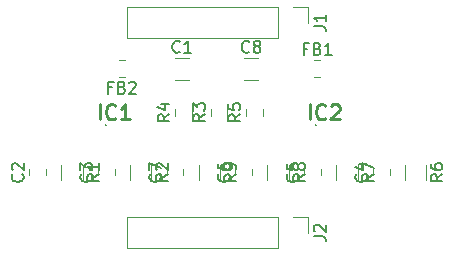
<source format=gbr>
%TF.GenerationSoftware,KiCad,Pcbnew,5.1.6*%
%TF.CreationDate,2020-07-11T18:48:30-07:00*%
%TF.ProjectId,proto_boards,70726f74-6f5f-4626-9f61-7264732e6b69,rev?*%
%TF.SameCoordinates,Original*%
%TF.FileFunction,Legend,Top*%
%TF.FilePolarity,Positive*%
%FSLAX46Y46*%
G04 Gerber Fmt 4.6, Leading zero omitted, Abs format (unit mm)*
G04 Created by KiCad (PCBNEW 5.1.6) date 2020-07-11 18:48:30*
%MOMM*%
%LPD*%
G01*
G04 APERTURE LIST*
%ADD10C,0.120000*%
%ADD11C,0.100000*%
%ADD12C,0.150000*%
%ADD13C,0.254000*%
G04 APERTURE END LIST*
D10*
%TO.C,R9*%
X166455450Y-80672936D02*
X166455450Y-81877064D01*
X164635450Y-80672936D02*
X164635450Y-81877064D01*
%TO.C,R8*%
X172273630Y-80672936D02*
X172273630Y-81877064D01*
X170453630Y-80672936D02*
X170453630Y-81877064D01*
%TO.C,R7*%
X178091810Y-80672936D02*
X178091810Y-81877064D01*
X176271810Y-80672936D02*
X176271810Y-81877064D01*
%TO.C,R6*%
X183910000Y-80672936D02*
X183910000Y-81877064D01*
X182090000Y-80672936D02*
X182090000Y-81877064D01*
%TO.C,R5*%
X168635000Y-76458578D02*
X168635000Y-75941422D01*
X170055000Y-76458578D02*
X170055000Y-75941422D01*
%TO.C,R4*%
X162635000Y-76458578D02*
X162635000Y-75941422D01*
X164055000Y-76458578D02*
X164055000Y-75941422D01*
%TO.C,R3*%
X165635000Y-76458578D02*
X165635000Y-75941422D01*
X167055000Y-76458578D02*
X167055000Y-75941422D01*
%TO.C,R2*%
X160637270Y-80672936D02*
X160637270Y-81877064D01*
X158817270Y-80672936D02*
X158817270Y-81877064D01*
%TO.C,R1*%
X154819090Y-80672936D02*
X154819090Y-81877064D01*
X152999090Y-80672936D02*
X152999090Y-81877064D01*
%TO.C,J2*%
X158560000Y-85030000D02*
X158560000Y-87690000D01*
X171320000Y-85030000D02*
X158560000Y-85030000D01*
X171320000Y-87690000D02*
X158560000Y-87690000D01*
X171320000Y-85030000D02*
X171320000Y-87690000D01*
X172590000Y-85030000D02*
X173920000Y-85030000D01*
X173920000Y-85030000D02*
X173920000Y-86360000D01*
%TO.C,J1*%
X158560000Y-67250000D02*
X158560000Y-69910000D01*
X171320000Y-67250000D02*
X158560000Y-67250000D01*
X171320000Y-69910000D02*
X158560000Y-69910000D01*
X171320000Y-67250000D02*
X171320000Y-69910000D01*
X172590000Y-67250000D02*
X173920000Y-67250000D01*
X173920000Y-67250000D02*
X173920000Y-68580000D01*
D11*
%TO.C,IC2*%
X174460000Y-77240000D02*
X174460000Y-77240000D01*
X174560000Y-77240000D02*
X174560000Y-77240000D01*
X174460000Y-77240000D02*
G75*
G03*
X174560000Y-77240000I50000J0D01*
G01*
X174560000Y-77240000D02*
G75*
G03*
X174460000Y-77240000I-50000J0D01*
G01*
%TO.C,IC1*%
X156780000Y-77240000D02*
G75*
G03*
X156680000Y-77240000I-50000J0D01*
G01*
X156680000Y-77240000D02*
G75*
G03*
X156780000Y-77240000I50000J0D01*
G01*
X156780000Y-77240000D02*
X156780000Y-77240000D01*
X156680000Y-77240000D02*
X156680000Y-77240000D01*
D10*
%TO.C,FB2*%
X158373578Y-73210000D02*
X157856422Y-73210000D01*
X158373578Y-71790000D02*
X157856422Y-71790000D01*
%TO.C,FB1*%
X174416422Y-71795000D02*
X174933578Y-71795000D01*
X174416422Y-73215000D02*
X174933578Y-73215000D01*
%TO.C,C8*%
X168472936Y-71595000D02*
X169677064Y-71595000D01*
X168472936Y-73415000D02*
X169677064Y-73415000D01*
%TO.C,C7*%
X161926360Y-81533578D02*
X161926360Y-81016422D01*
X163346360Y-81533578D02*
X163346360Y-81016422D01*
%TO.C,C6*%
X167744540Y-81533578D02*
X167744540Y-81016422D01*
X169164540Y-81533578D02*
X169164540Y-81016422D01*
%TO.C,C5*%
X173562720Y-81533578D02*
X173562720Y-81016422D01*
X174982720Y-81533578D02*
X174982720Y-81016422D01*
%TO.C,C4*%
X179380900Y-81533578D02*
X179380900Y-81016422D01*
X180800900Y-81533578D02*
X180800900Y-81016422D01*
%TO.C,C3*%
X156108180Y-81533578D02*
X156108180Y-81016422D01*
X157528180Y-81533578D02*
X157528180Y-81016422D01*
%TO.C,C2*%
X150290000Y-81533578D02*
X150290000Y-81016422D01*
X151710000Y-81533578D02*
X151710000Y-81016422D01*
%TO.C,C1*%
X162592936Y-71595000D02*
X163797064Y-71595000D01*
X162592936Y-73415000D02*
X163797064Y-73415000D01*
%TO.C,R9*%
D12*
X167817830Y-81441666D02*
X167341640Y-81775000D01*
X167817830Y-82013095D02*
X166817830Y-82013095D01*
X166817830Y-81632142D01*
X166865450Y-81536904D01*
X166913069Y-81489285D01*
X167008307Y-81441666D01*
X167151164Y-81441666D01*
X167246402Y-81489285D01*
X167294021Y-81536904D01*
X167341640Y-81632142D01*
X167341640Y-82013095D01*
X167817830Y-80965476D02*
X167817830Y-80775000D01*
X167770211Y-80679761D01*
X167722592Y-80632142D01*
X167579735Y-80536904D01*
X167389259Y-80489285D01*
X167008307Y-80489285D01*
X166913069Y-80536904D01*
X166865450Y-80584523D01*
X166817830Y-80679761D01*
X166817830Y-80870238D01*
X166865450Y-80965476D01*
X166913069Y-81013095D01*
X167008307Y-81060714D01*
X167246402Y-81060714D01*
X167341640Y-81013095D01*
X167389259Y-80965476D01*
X167436878Y-80870238D01*
X167436878Y-80679761D01*
X167389259Y-80584523D01*
X167341640Y-80536904D01*
X167246402Y-80489285D01*
%TO.C,R8*%
X173636010Y-81441666D02*
X173159820Y-81775000D01*
X173636010Y-82013095D02*
X172636010Y-82013095D01*
X172636010Y-81632142D01*
X172683630Y-81536904D01*
X172731249Y-81489285D01*
X172826487Y-81441666D01*
X172969344Y-81441666D01*
X173064582Y-81489285D01*
X173112201Y-81536904D01*
X173159820Y-81632142D01*
X173159820Y-82013095D01*
X173064582Y-80870238D02*
X173016963Y-80965476D01*
X172969344Y-81013095D01*
X172874106Y-81060714D01*
X172826487Y-81060714D01*
X172731249Y-81013095D01*
X172683630Y-80965476D01*
X172636010Y-80870238D01*
X172636010Y-80679761D01*
X172683630Y-80584523D01*
X172731249Y-80536904D01*
X172826487Y-80489285D01*
X172874106Y-80489285D01*
X172969344Y-80536904D01*
X173016963Y-80584523D01*
X173064582Y-80679761D01*
X173064582Y-80870238D01*
X173112201Y-80965476D01*
X173159820Y-81013095D01*
X173255058Y-81060714D01*
X173445534Y-81060714D01*
X173540772Y-81013095D01*
X173588391Y-80965476D01*
X173636010Y-80870238D01*
X173636010Y-80679761D01*
X173588391Y-80584523D01*
X173540772Y-80536904D01*
X173445534Y-80489285D01*
X173255058Y-80489285D01*
X173159820Y-80536904D01*
X173112201Y-80584523D01*
X173064582Y-80679761D01*
%TO.C,R7*%
X179454190Y-81441666D02*
X178978000Y-81775000D01*
X179454190Y-82013095D02*
X178454190Y-82013095D01*
X178454190Y-81632142D01*
X178501810Y-81536904D01*
X178549429Y-81489285D01*
X178644667Y-81441666D01*
X178787524Y-81441666D01*
X178882762Y-81489285D01*
X178930381Y-81536904D01*
X178978000Y-81632142D01*
X178978000Y-82013095D01*
X178454190Y-81108333D02*
X178454190Y-80441666D01*
X179454190Y-80870238D01*
%TO.C,R6*%
X185272380Y-81441666D02*
X184796190Y-81775000D01*
X185272380Y-82013095D02*
X184272380Y-82013095D01*
X184272380Y-81632142D01*
X184320000Y-81536904D01*
X184367619Y-81489285D01*
X184462857Y-81441666D01*
X184605714Y-81441666D01*
X184700952Y-81489285D01*
X184748571Y-81536904D01*
X184796190Y-81632142D01*
X184796190Y-82013095D01*
X184272380Y-80584523D02*
X184272380Y-80775000D01*
X184320000Y-80870238D01*
X184367619Y-80917857D01*
X184510476Y-81013095D01*
X184700952Y-81060714D01*
X185081904Y-81060714D01*
X185177142Y-81013095D01*
X185224761Y-80965476D01*
X185272380Y-80870238D01*
X185272380Y-80679761D01*
X185224761Y-80584523D01*
X185177142Y-80536904D01*
X185081904Y-80489285D01*
X184843809Y-80489285D01*
X184748571Y-80536904D01*
X184700952Y-80584523D01*
X184653333Y-80679761D01*
X184653333Y-80870238D01*
X184700952Y-80965476D01*
X184748571Y-81013095D01*
X184843809Y-81060714D01*
%TO.C,R5*%
X168147380Y-76366666D02*
X167671190Y-76700000D01*
X168147380Y-76938095D02*
X167147380Y-76938095D01*
X167147380Y-76557142D01*
X167195000Y-76461904D01*
X167242619Y-76414285D01*
X167337857Y-76366666D01*
X167480714Y-76366666D01*
X167575952Y-76414285D01*
X167623571Y-76461904D01*
X167671190Y-76557142D01*
X167671190Y-76938095D01*
X167147380Y-75461904D02*
X167147380Y-75938095D01*
X167623571Y-75985714D01*
X167575952Y-75938095D01*
X167528333Y-75842857D01*
X167528333Y-75604761D01*
X167575952Y-75509523D01*
X167623571Y-75461904D01*
X167718809Y-75414285D01*
X167956904Y-75414285D01*
X168052142Y-75461904D01*
X168099761Y-75509523D01*
X168147380Y-75604761D01*
X168147380Y-75842857D01*
X168099761Y-75938095D01*
X168052142Y-75985714D01*
%TO.C,R4*%
X162147380Y-76366666D02*
X161671190Y-76700000D01*
X162147380Y-76938095D02*
X161147380Y-76938095D01*
X161147380Y-76557142D01*
X161195000Y-76461904D01*
X161242619Y-76414285D01*
X161337857Y-76366666D01*
X161480714Y-76366666D01*
X161575952Y-76414285D01*
X161623571Y-76461904D01*
X161671190Y-76557142D01*
X161671190Y-76938095D01*
X161480714Y-75509523D02*
X162147380Y-75509523D01*
X161099761Y-75747619D02*
X161814047Y-75985714D01*
X161814047Y-75366666D01*
%TO.C,R3*%
X165147380Y-76366666D02*
X164671190Y-76700000D01*
X165147380Y-76938095D02*
X164147380Y-76938095D01*
X164147380Y-76557142D01*
X164195000Y-76461904D01*
X164242619Y-76414285D01*
X164337857Y-76366666D01*
X164480714Y-76366666D01*
X164575952Y-76414285D01*
X164623571Y-76461904D01*
X164671190Y-76557142D01*
X164671190Y-76938095D01*
X164147380Y-76033333D02*
X164147380Y-75414285D01*
X164528333Y-75747619D01*
X164528333Y-75604761D01*
X164575952Y-75509523D01*
X164623571Y-75461904D01*
X164718809Y-75414285D01*
X164956904Y-75414285D01*
X165052142Y-75461904D01*
X165099761Y-75509523D01*
X165147380Y-75604761D01*
X165147380Y-75890476D01*
X165099761Y-75985714D01*
X165052142Y-76033333D01*
%TO.C,R2*%
X161999650Y-81441666D02*
X161523460Y-81775000D01*
X161999650Y-82013095D02*
X160999650Y-82013095D01*
X160999650Y-81632142D01*
X161047270Y-81536904D01*
X161094889Y-81489285D01*
X161190127Y-81441666D01*
X161332984Y-81441666D01*
X161428222Y-81489285D01*
X161475841Y-81536904D01*
X161523460Y-81632142D01*
X161523460Y-82013095D01*
X161094889Y-81060714D02*
X161047270Y-81013095D01*
X160999650Y-80917857D01*
X160999650Y-80679761D01*
X161047270Y-80584523D01*
X161094889Y-80536904D01*
X161190127Y-80489285D01*
X161285365Y-80489285D01*
X161428222Y-80536904D01*
X161999650Y-81108333D01*
X161999650Y-80489285D01*
%TO.C,R1*%
X156181470Y-81441666D02*
X155705280Y-81775000D01*
X156181470Y-82013095D02*
X155181470Y-82013095D01*
X155181470Y-81632142D01*
X155229090Y-81536904D01*
X155276709Y-81489285D01*
X155371947Y-81441666D01*
X155514804Y-81441666D01*
X155610042Y-81489285D01*
X155657661Y-81536904D01*
X155705280Y-81632142D01*
X155705280Y-82013095D01*
X156181470Y-80489285D02*
X156181470Y-81060714D01*
X156181470Y-80775000D02*
X155181470Y-80775000D01*
X155324328Y-80870238D01*
X155419566Y-80965476D01*
X155467185Y-81060714D01*
%TO.C,J2*%
X174372380Y-86693333D02*
X175086666Y-86693333D01*
X175229523Y-86740952D01*
X175324761Y-86836190D01*
X175372380Y-86979047D01*
X175372380Y-87074285D01*
X174467619Y-86264761D02*
X174420000Y-86217142D01*
X174372380Y-86121904D01*
X174372380Y-85883809D01*
X174420000Y-85788571D01*
X174467619Y-85740952D01*
X174562857Y-85693333D01*
X174658095Y-85693333D01*
X174800952Y-85740952D01*
X175372380Y-86312380D01*
X175372380Y-85693333D01*
%TO.C,J1*%
X174372380Y-68913333D02*
X175086666Y-68913333D01*
X175229523Y-68960952D01*
X175324761Y-69056190D01*
X175372380Y-69199047D01*
X175372380Y-69294285D01*
X175372380Y-67913333D02*
X175372380Y-68484761D01*
X175372380Y-68199047D02*
X174372380Y-68199047D01*
X174515238Y-68294285D01*
X174610476Y-68389523D01*
X174658095Y-68484761D01*
%TO.C,IC2*%
D13*
X174020238Y-76774523D02*
X174020238Y-75504523D01*
X175350714Y-76653571D02*
X175290238Y-76714047D01*
X175108809Y-76774523D01*
X174987857Y-76774523D01*
X174806428Y-76714047D01*
X174685476Y-76593095D01*
X174625000Y-76472142D01*
X174564523Y-76230238D01*
X174564523Y-76048809D01*
X174625000Y-75806904D01*
X174685476Y-75685952D01*
X174806428Y-75565000D01*
X174987857Y-75504523D01*
X175108809Y-75504523D01*
X175290238Y-75565000D01*
X175350714Y-75625476D01*
X175834523Y-75625476D02*
X175895000Y-75565000D01*
X176015952Y-75504523D01*
X176318333Y-75504523D01*
X176439285Y-75565000D01*
X176499761Y-75625476D01*
X176560238Y-75746428D01*
X176560238Y-75867380D01*
X176499761Y-76048809D01*
X175774047Y-76774523D01*
X176560238Y-76774523D01*
%TO.C,IC1*%
X156240238Y-76774523D02*
X156240238Y-75504523D01*
X157570714Y-76653571D02*
X157510238Y-76714047D01*
X157328809Y-76774523D01*
X157207857Y-76774523D01*
X157026428Y-76714047D01*
X156905476Y-76593095D01*
X156845000Y-76472142D01*
X156784523Y-76230238D01*
X156784523Y-76048809D01*
X156845000Y-75806904D01*
X156905476Y-75685952D01*
X157026428Y-75565000D01*
X157207857Y-75504523D01*
X157328809Y-75504523D01*
X157510238Y-75565000D01*
X157570714Y-75625476D01*
X158780238Y-76774523D02*
X158054523Y-76774523D01*
X158417380Y-76774523D02*
X158417380Y-75504523D01*
X158296428Y-75685952D01*
X158175476Y-75806904D01*
X158054523Y-75867380D01*
%TO.C,FB2*%
D12*
X157281666Y-74078571D02*
X156948333Y-74078571D01*
X156948333Y-74602380D02*
X156948333Y-73602380D01*
X157424523Y-73602380D01*
X158138809Y-74078571D02*
X158281666Y-74126190D01*
X158329285Y-74173809D01*
X158376904Y-74269047D01*
X158376904Y-74411904D01*
X158329285Y-74507142D01*
X158281666Y-74554761D01*
X158186428Y-74602380D01*
X157805476Y-74602380D01*
X157805476Y-73602380D01*
X158138809Y-73602380D01*
X158234047Y-73650000D01*
X158281666Y-73697619D01*
X158329285Y-73792857D01*
X158329285Y-73888095D01*
X158281666Y-73983333D01*
X158234047Y-74030952D01*
X158138809Y-74078571D01*
X157805476Y-74078571D01*
X158757857Y-73697619D02*
X158805476Y-73650000D01*
X158900714Y-73602380D01*
X159138809Y-73602380D01*
X159234047Y-73650000D01*
X159281666Y-73697619D01*
X159329285Y-73792857D01*
X159329285Y-73888095D01*
X159281666Y-74030952D01*
X158710238Y-74602380D01*
X159329285Y-74602380D01*
%TO.C,FB1*%
X173841666Y-70783571D02*
X173508333Y-70783571D01*
X173508333Y-71307380D02*
X173508333Y-70307380D01*
X173984523Y-70307380D01*
X174698809Y-70783571D02*
X174841666Y-70831190D01*
X174889285Y-70878809D01*
X174936904Y-70974047D01*
X174936904Y-71116904D01*
X174889285Y-71212142D01*
X174841666Y-71259761D01*
X174746428Y-71307380D01*
X174365476Y-71307380D01*
X174365476Y-70307380D01*
X174698809Y-70307380D01*
X174794047Y-70355000D01*
X174841666Y-70402619D01*
X174889285Y-70497857D01*
X174889285Y-70593095D01*
X174841666Y-70688333D01*
X174794047Y-70735952D01*
X174698809Y-70783571D01*
X174365476Y-70783571D01*
X175889285Y-71307380D02*
X175317857Y-71307380D01*
X175603571Y-71307380D02*
X175603571Y-70307380D01*
X175508333Y-70450238D01*
X175413095Y-70545476D01*
X175317857Y-70593095D01*
%TO.C,C8*%
X168908333Y-71042142D02*
X168860714Y-71089761D01*
X168717857Y-71137380D01*
X168622619Y-71137380D01*
X168479761Y-71089761D01*
X168384523Y-70994523D01*
X168336904Y-70899285D01*
X168289285Y-70708809D01*
X168289285Y-70565952D01*
X168336904Y-70375476D01*
X168384523Y-70280238D01*
X168479761Y-70185000D01*
X168622619Y-70137380D01*
X168717857Y-70137380D01*
X168860714Y-70185000D01*
X168908333Y-70232619D01*
X169479761Y-70565952D02*
X169384523Y-70518333D01*
X169336904Y-70470714D01*
X169289285Y-70375476D01*
X169289285Y-70327857D01*
X169336904Y-70232619D01*
X169384523Y-70185000D01*
X169479761Y-70137380D01*
X169670238Y-70137380D01*
X169765476Y-70185000D01*
X169813095Y-70232619D01*
X169860714Y-70327857D01*
X169860714Y-70375476D01*
X169813095Y-70470714D01*
X169765476Y-70518333D01*
X169670238Y-70565952D01*
X169479761Y-70565952D01*
X169384523Y-70613571D01*
X169336904Y-70661190D01*
X169289285Y-70756428D01*
X169289285Y-70946904D01*
X169336904Y-71042142D01*
X169384523Y-71089761D01*
X169479761Y-71137380D01*
X169670238Y-71137380D01*
X169765476Y-71089761D01*
X169813095Y-71042142D01*
X169860714Y-70946904D01*
X169860714Y-70756428D01*
X169813095Y-70661190D01*
X169765476Y-70613571D01*
X169670238Y-70565952D01*
%TO.C,C7*%
X161343502Y-81441666D02*
X161391121Y-81489285D01*
X161438740Y-81632142D01*
X161438740Y-81727380D01*
X161391121Y-81870238D01*
X161295883Y-81965476D01*
X161200645Y-82013095D01*
X161010169Y-82060714D01*
X160867312Y-82060714D01*
X160676836Y-82013095D01*
X160581598Y-81965476D01*
X160486360Y-81870238D01*
X160438740Y-81727380D01*
X160438740Y-81632142D01*
X160486360Y-81489285D01*
X160533979Y-81441666D01*
X160438740Y-81108333D02*
X160438740Y-80441666D01*
X161438740Y-80870238D01*
%TO.C,C6*%
X167161682Y-81441666D02*
X167209301Y-81489285D01*
X167256920Y-81632142D01*
X167256920Y-81727380D01*
X167209301Y-81870238D01*
X167114063Y-81965476D01*
X167018825Y-82013095D01*
X166828349Y-82060714D01*
X166685492Y-82060714D01*
X166495016Y-82013095D01*
X166399778Y-81965476D01*
X166304540Y-81870238D01*
X166256920Y-81727380D01*
X166256920Y-81632142D01*
X166304540Y-81489285D01*
X166352159Y-81441666D01*
X166256920Y-80584523D02*
X166256920Y-80775000D01*
X166304540Y-80870238D01*
X166352159Y-80917857D01*
X166495016Y-81013095D01*
X166685492Y-81060714D01*
X167066444Y-81060714D01*
X167161682Y-81013095D01*
X167209301Y-80965476D01*
X167256920Y-80870238D01*
X167256920Y-80679761D01*
X167209301Y-80584523D01*
X167161682Y-80536904D01*
X167066444Y-80489285D01*
X166828349Y-80489285D01*
X166733111Y-80536904D01*
X166685492Y-80584523D01*
X166637873Y-80679761D01*
X166637873Y-80870238D01*
X166685492Y-80965476D01*
X166733111Y-81013095D01*
X166828349Y-81060714D01*
%TO.C,C5*%
X172979862Y-81441666D02*
X173027481Y-81489285D01*
X173075100Y-81632142D01*
X173075100Y-81727380D01*
X173027481Y-81870238D01*
X172932243Y-81965476D01*
X172837005Y-82013095D01*
X172646529Y-82060714D01*
X172503672Y-82060714D01*
X172313196Y-82013095D01*
X172217958Y-81965476D01*
X172122720Y-81870238D01*
X172075100Y-81727380D01*
X172075100Y-81632142D01*
X172122720Y-81489285D01*
X172170339Y-81441666D01*
X172075100Y-80536904D02*
X172075100Y-81013095D01*
X172551291Y-81060714D01*
X172503672Y-81013095D01*
X172456053Y-80917857D01*
X172456053Y-80679761D01*
X172503672Y-80584523D01*
X172551291Y-80536904D01*
X172646529Y-80489285D01*
X172884624Y-80489285D01*
X172979862Y-80536904D01*
X173027481Y-80584523D01*
X173075100Y-80679761D01*
X173075100Y-80917857D01*
X173027481Y-81013095D01*
X172979862Y-81060714D01*
%TO.C,C4*%
X178798042Y-81441666D02*
X178845661Y-81489285D01*
X178893280Y-81632142D01*
X178893280Y-81727380D01*
X178845661Y-81870238D01*
X178750423Y-81965476D01*
X178655185Y-82013095D01*
X178464709Y-82060714D01*
X178321852Y-82060714D01*
X178131376Y-82013095D01*
X178036138Y-81965476D01*
X177940900Y-81870238D01*
X177893280Y-81727380D01*
X177893280Y-81632142D01*
X177940900Y-81489285D01*
X177988519Y-81441666D01*
X178226614Y-80584523D02*
X178893280Y-80584523D01*
X177845661Y-80822619D02*
X178559947Y-81060714D01*
X178559947Y-80441666D01*
%TO.C,C3*%
X155525322Y-81441666D02*
X155572941Y-81489285D01*
X155620560Y-81632142D01*
X155620560Y-81727380D01*
X155572941Y-81870238D01*
X155477703Y-81965476D01*
X155382465Y-82013095D01*
X155191989Y-82060714D01*
X155049132Y-82060714D01*
X154858656Y-82013095D01*
X154763418Y-81965476D01*
X154668180Y-81870238D01*
X154620560Y-81727380D01*
X154620560Y-81632142D01*
X154668180Y-81489285D01*
X154715799Y-81441666D01*
X154620560Y-81108333D02*
X154620560Y-80489285D01*
X155001513Y-80822619D01*
X155001513Y-80679761D01*
X155049132Y-80584523D01*
X155096751Y-80536904D01*
X155191989Y-80489285D01*
X155430084Y-80489285D01*
X155525322Y-80536904D01*
X155572941Y-80584523D01*
X155620560Y-80679761D01*
X155620560Y-80965476D01*
X155572941Y-81060714D01*
X155525322Y-81108333D01*
%TO.C,C2*%
X149707142Y-81441666D02*
X149754761Y-81489285D01*
X149802380Y-81632142D01*
X149802380Y-81727380D01*
X149754761Y-81870238D01*
X149659523Y-81965476D01*
X149564285Y-82013095D01*
X149373809Y-82060714D01*
X149230952Y-82060714D01*
X149040476Y-82013095D01*
X148945238Y-81965476D01*
X148850000Y-81870238D01*
X148802380Y-81727380D01*
X148802380Y-81632142D01*
X148850000Y-81489285D01*
X148897619Y-81441666D01*
X148897619Y-81060714D02*
X148850000Y-81013095D01*
X148802380Y-80917857D01*
X148802380Y-80679761D01*
X148850000Y-80584523D01*
X148897619Y-80536904D01*
X148992857Y-80489285D01*
X149088095Y-80489285D01*
X149230952Y-80536904D01*
X149802380Y-81108333D01*
X149802380Y-80489285D01*
%TO.C,C1*%
X163028333Y-71042142D02*
X162980714Y-71089761D01*
X162837857Y-71137380D01*
X162742619Y-71137380D01*
X162599761Y-71089761D01*
X162504523Y-70994523D01*
X162456904Y-70899285D01*
X162409285Y-70708809D01*
X162409285Y-70565952D01*
X162456904Y-70375476D01*
X162504523Y-70280238D01*
X162599761Y-70185000D01*
X162742619Y-70137380D01*
X162837857Y-70137380D01*
X162980714Y-70185000D01*
X163028333Y-70232619D01*
X163980714Y-71137380D02*
X163409285Y-71137380D01*
X163695000Y-71137380D02*
X163695000Y-70137380D01*
X163599761Y-70280238D01*
X163504523Y-70375476D01*
X163409285Y-70423095D01*
%TD*%
M02*

</source>
